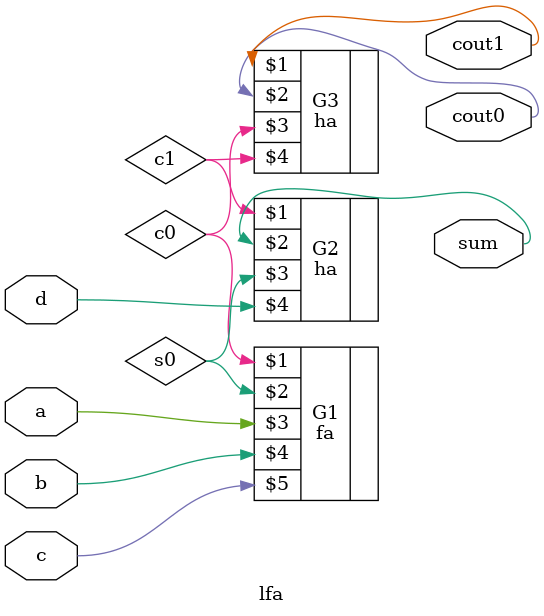
<source format=v>
module lfa(cout1,cout0,sum,a,b,c,d);
input a,b,c,d;
output cout1,cout0,sum;

wire c0,s0,c1,sum,cout0,cout1;

fa G1 (c0,s0,a,b,c);
ha G2 (c1,sum,s0,d);
ha G3 (cout1,cout0,c0,c1);

endmodule
</source>
